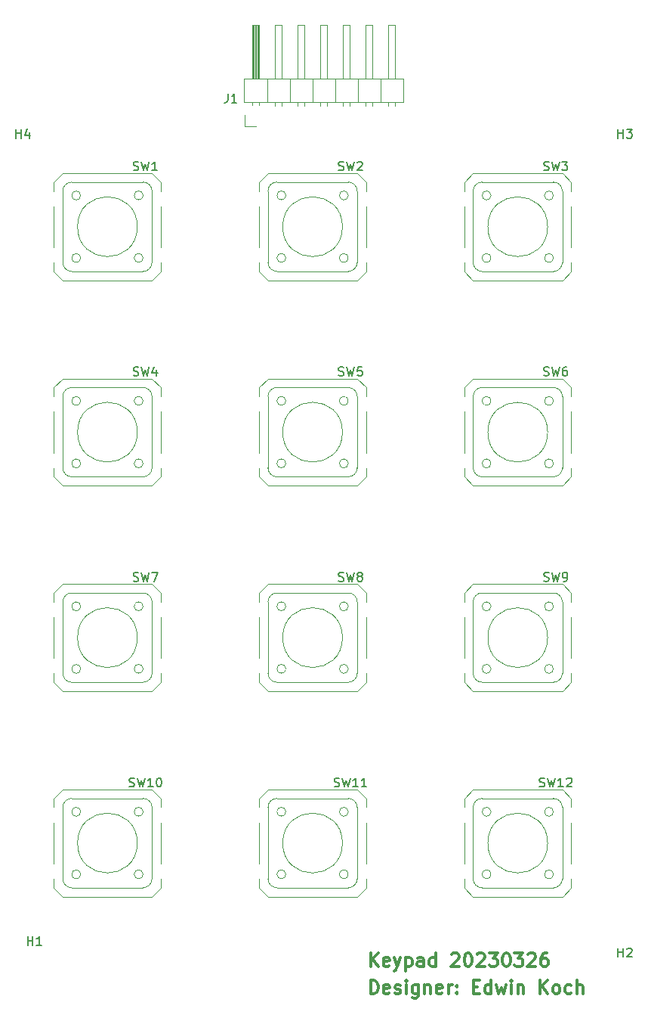
<source format=gbr>
%TF.GenerationSoftware,KiCad,Pcbnew,(6.0.9)*%
%TF.CreationDate,2023-03-26T11:38:19+02:00*%
%TF.ProjectId,SelectaAutomatKeyPad,53656c65-6374-4614-9175-746f6d61744b,20230306*%
%TF.SameCoordinates,PX5f5e100PY8f0d180*%
%TF.FileFunction,Legend,Top*%
%TF.FilePolarity,Positive*%
%FSLAX46Y46*%
G04 Gerber Fmt 4.6, Leading zero omitted, Abs format (unit mm)*
G04 Created by KiCad (PCBNEW (6.0.9)) date 2023-03-26 11:38:19*
%MOMM*%
%LPD*%
G01*
G04 APERTURE LIST*
%ADD10C,0.300000*%
%ADD11C,0.150000*%
%ADD12C,0.100000*%
%ADD13C,0.120000*%
G04 APERTURE END LIST*
D10*
X42007142Y4669429D02*
X42007142Y6169429D01*
X42864285Y4669429D02*
X42221428Y5526572D01*
X42864285Y6169429D02*
X42007142Y5312286D01*
X44078571Y4740858D02*
X43935714Y4669429D01*
X43649999Y4669429D01*
X43507142Y4740858D01*
X43435714Y4883715D01*
X43435714Y5455143D01*
X43507142Y5598000D01*
X43649999Y5669429D01*
X43935714Y5669429D01*
X44078571Y5598000D01*
X44149999Y5455143D01*
X44149999Y5312286D01*
X43435714Y5169429D01*
X44649999Y5669429D02*
X45007142Y4669429D01*
X45364285Y5669429D02*
X45007142Y4669429D01*
X44864285Y4312286D01*
X44792856Y4240858D01*
X44649999Y4169429D01*
X45935714Y5669429D02*
X45935714Y4169429D01*
X45935714Y5598000D02*
X46078571Y5669429D01*
X46364285Y5669429D01*
X46507142Y5598000D01*
X46578571Y5526572D01*
X46649999Y5383715D01*
X46649999Y4955143D01*
X46578571Y4812286D01*
X46507142Y4740858D01*
X46364285Y4669429D01*
X46078571Y4669429D01*
X45935714Y4740858D01*
X47935714Y4669429D02*
X47935714Y5455143D01*
X47864285Y5598000D01*
X47721428Y5669429D01*
X47435714Y5669429D01*
X47292856Y5598000D01*
X47935714Y4740858D02*
X47792856Y4669429D01*
X47435714Y4669429D01*
X47292856Y4740858D01*
X47221428Y4883715D01*
X47221428Y5026572D01*
X47292856Y5169429D01*
X47435714Y5240858D01*
X47792856Y5240858D01*
X47935714Y5312286D01*
X49292856Y4669429D02*
X49292856Y6169429D01*
X49292856Y4740858D02*
X49149999Y4669429D01*
X48864285Y4669429D01*
X48721428Y4740858D01*
X48649999Y4812286D01*
X48578571Y4955143D01*
X48578571Y5383715D01*
X48649999Y5526572D01*
X48721428Y5598000D01*
X48864285Y5669429D01*
X49149999Y5669429D01*
X49292856Y5598000D01*
X51078571Y6026572D02*
X51149999Y6098000D01*
X51292856Y6169429D01*
X51649999Y6169429D01*
X51792856Y6098000D01*
X51864285Y6026572D01*
X51935714Y5883715D01*
X51935714Y5740858D01*
X51864285Y5526572D01*
X51007142Y4669429D01*
X51935714Y4669429D01*
X52864285Y6169429D02*
X53007142Y6169429D01*
X53149999Y6098000D01*
X53221428Y6026572D01*
X53292856Y5883715D01*
X53364285Y5598000D01*
X53364285Y5240858D01*
X53292856Y4955143D01*
X53221428Y4812286D01*
X53149999Y4740858D01*
X53007142Y4669429D01*
X52864285Y4669429D01*
X52721428Y4740858D01*
X52649999Y4812286D01*
X52578571Y4955143D01*
X52507142Y5240858D01*
X52507142Y5598000D01*
X52578571Y5883715D01*
X52649999Y6026572D01*
X52721428Y6098000D01*
X52864285Y6169429D01*
X53935714Y6026572D02*
X54007142Y6098000D01*
X54149999Y6169429D01*
X54507142Y6169429D01*
X54649999Y6098000D01*
X54721428Y6026572D01*
X54792856Y5883715D01*
X54792856Y5740858D01*
X54721428Y5526572D01*
X53864285Y4669429D01*
X54792856Y4669429D01*
X55292856Y6169429D02*
X56221428Y6169429D01*
X55721428Y5598000D01*
X55935714Y5598000D01*
X56078571Y5526572D01*
X56149999Y5455143D01*
X56221428Y5312286D01*
X56221428Y4955143D01*
X56149999Y4812286D01*
X56078571Y4740858D01*
X55935714Y4669429D01*
X55507142Y4669429D01*
X55364285Y4740858D01*
X55292856Y4812286D01*
X57149999Y6169429D02*
X57292856Y6169429D01*
X57435714Y6098000D01*
X57507142Y6026572D01*
X57578571Y5883715D01*
X57649999Y5598000D01*
X57649999Y5240858D01*
X57578571Y4955143D01*
X57507142Y4812286D01*
X57435714Y4740858D01*
X57292856Y4669429D01*
X57149999Y4669429D01*
X57007142Y4740858D01*
X56935714Y4812286D01*
X56864285Y4955143D01*
X56792856Y5240858D01*
X56792856Y5598000D01*
X56864285Y5883715D01*
X56935714Y6026572D01*
X57007142Y6098000D01*
X57149999Y6169429D01*
X58149999Y6169429D02*
X59078571Y6169429D01*
X58578571Y5598000D01*
X58792856Y5598000D01*
X58935714Y5526572D01*
X59007142Y5455143D01*
X59078571Y5312286D01*
X59078571Y4955143D01*
X59007142Y4812286D01*
X58935714Y4740858D01*
X58792856Y4669429D01*
X58364285Y4669429D01*
X58221428Y4740858D01*
X58149999Y4812286D01*
X59649999Y6026572D02*
X59721428Y6098000D01*
X59864285Y6169429D01*
X60221428Y6169429D01*
X60364285Y6098000D01*
X60435714Y6026572D01*
X60507142Y5883715D01*
X60507142Y5740858D01*
X60435714Y5526572D01*
X59578571Y4669429D01*
X60507142Y4669429D01*
X61792856Y6169429D02*
X61507142Y6169429D01*
X61364285Y6098000D01*
X61292856Y6026572D01*
X61149999Y5812286D01*
X61078571Y5526572D01*
X61078571Y4955143D01*
X61149999Y4812286D01*
X61221428Y4740858D01*
X61364285Y4669429D01*
X61649999Y4669429D01*
X61792856Y4740858D01*
X61864285Y4812286D01*
X61935714Y4955143D01*
X61935714Y5312286D01*
X61864285Y5455143D01*
X61792856Y5526572D01*
X61649999Y5598000D01*
X61364285Y5598000D01*
X61221428Y5526572D01*
X61149999Y5455143D01*
X61078571Y5312286D01*
X42007142Y1621429D02*
X42007142Y3121429D01*
X42364285Y3121429D01*
X42578571Y3050000D01*
X42721428Y2907143D01*
X42792857Y2764286D01*
X42864285Y2478572D01*
X42864285Y2264286D01*
X42792857Y1978572D01*
X42721428Y1835715D01*
X42578571Y1692858D01*
X42364285Y1621429D01*
X42007142Y1621429D01*
X44078571Y1692858D02*
X43935714Y1621429D01*
X43650000Y1621429D01*
X43507142Y1692858D01*
X43435714Y1835715D01*
X43435714Y2407143D01*
X43507142Y2550000D01*
X43650000Y2621429D01*
X43935714Y2621429D01*
X44078571Y2550000D01*
X44150000Y2407143D01*
X44150000Y2264286D01*
X43435714Y2121429D01*
X44721428Y1692858D02*
X44864285Y1621429D01*
X45150000Y1621429D01*
X45292857Y1692858D01*
X45364285Y1835715D01*
X45364285Y1907143D01*
X45292857Y2050000D01*
X45150000Y2121429D01*
X44935714Y2121429D01*
X44792857Y2192858D01*
X44721428Y2335715D01*
X44721428Y2407143D01*
X44792857Y2550000D01*
X44935714Y2621429D01*
X45150000Y2621429D01*
X45292857Y2550000D01*
X46007142Y1621429D02*
X46007142Y2621429D01*
X46007142Y3121429D02*
X45935714Y3050000D01*
X46007142Y2978572D01*
X46078571Y3050000D01*
X46007142Y3121429D01*
X46007142Y2978572D01*
X47364285Y2621429D02*
X47364285Y1407143D01*
X47292857Y1264286D01*
X47221428Y1192858D01*
X47078571Y1121429D01*
X46864285Y1121429D01*
X46721428Y1192858D01*
X47364285Y1692858D02*
X47221428Y1621429D01*
X46935714Y1621429D01*
X46792857Y1692858D01*
X46721428Y1764286D01*
X46650000Y1907143D01*
X46650000Y2335715D01*
X46721428Y2478572D01*
X46792857Y2550000D01*
X46935714Y2621429D01*
X47221428Y2621429D01*
X47364285Y2550000D01*
X48078571Y2621429D02*
X48078571Y1621429D01*
X48078571Y2478572D02*
X48150000Y2550000D01*
X48292857Y2621429D01*
X48507142Y2621429D01*
X48650000Y2550000D01*
X48721428Y2407143D01*
X48721428Y1621429D01*
X50007142Y1692858D02*
X49864285Y1621429D01*
X49578571Y1621429D01*
X49435714Y1692858D01*
X49364285Y1835715D01*
X49364285Y2407143D01*
X49435714Y2550000D01*
X49578571Y2621429D01*
X49864285Y2621429D01*
X50007142Y2550000D01*
X50078571Y2407143D01*
X50078571Y2264286D01*
X49364285Y2121429D01*
X50721428Y1621429D02*
X50721428Y2621429D01*
X50721428Y2335715D02*
X50792857Y2478572D01*
X50864285Y2550000D01*
X51007142Y2621429D01*
X51150000Y2621429D01*
X51650000Y1764286D02*
X51721428Y1692858D01*
X51650000Y1621429D01*
X51578571Y1692858D01*
X51650000Y1764286D01*
X51650000Y1621429D01*
X51650000Y2550000D02*
X51721428Y2478572D01*
X51650000Y2407143D01*
X51578571Y2478572D01*
X51650000Y2550000D01*
X51650000Y2407143D01*
X53507142Y2407143D02*
X54007142Y2407143D01*
X54221428Y1621429D02*
X53507142Y1621429D01*
X53507142Y3121429D01*
X54221428Y3121429D01*
X55507142Y1621429D02*
X55507142Y3121429D01*
X55507142Y1692858D02*
X55364285Y1621429D01*
X55078571Y1621429D01*
X54935714Y1692858D01*
X54864285Y1764286D01*
X54792857Y1907143D01*
X54792857Y2335715D01*
X54864285Y2478572D01*
X54935714Y2550000D01*
X55078571Y2621429D01*
X55364285Y2621429D01*
X55507142Y2550000D01*
X56078571Y2621429D02*
X56364285Y1621429D01*
X56650000Y2335715D01*
X56935714Y1621429D01*
X57221428Y2621429D01*
X57792857Y1621429D02*
X57792857Y2621429D01*
X57792857Y3121429D02*
X57721428Y3050000D01*
X57792857Y2978572D01*
X57864285Y3050000D01*
X57792857Y3121429D01*
X57792857Y2978572D01*
X58507142Y2621429D02*
X58507142Y1621429D01*
X58507142Y2478572D02*
X58578571Y2550000D01*
X58721428Y2621429D01*
X58935714Y2621429D01*
X59078571Y2550000D01*
X59150000Y2407143D01*
X59150000Y1621429D01*
X61007142Y1621429D02*
X61007142Y3121429D01*
X61864285Y1621429D02*
X61221428Y2478572D01*
X61864285Y3121429D02*
X61007142Y2264286D01*
X62721428Y1621429D02*
X62578571Y1692858D01*
X62507142Y1764286D01*
X62435714Y1907143D01*
X62435714Y2335715D01*
X62507142Y2478572D01*
X62578571Y2550000D01*
X62721428Y2621429D01*
X62935714Y2621429D01*
X63078571Y2550000D01*
X63150000Y2478572D01*
X63221428Y2335715D01*
X63221428Y1907143D01*
X63150000Y1764286D01*
X63078571Y1692858D01*
X62935714Y1621429D01*
X62721428Y1621429D01*
X64507142Y1692858D02*
X64364285Y1621429D01*
X64078571Y1621429D01*
X63935714Y1692858D01*
X63864285Y1764286D01*
X63792857Y1907143D01*
X63792857Y2335715D01*
X63864285Y2478572D01*
X63935714Y2550000D01*
X64078571Y2621429D01*
X64364285Y2621429D01*
X64507142Y2550000D01*
X65150000Y1621429D02*
X65150000Y3121429D01*
X65792857Y1621429D02*
X65792857Y2407143D01*
X65721428Y2550000D01*
X65578571Y2621429D01*
X65364285Y2621429D01*
X65221428Y2550000D01*
X65150000Y2478572D01*
D11*
%TO.C,SW5*%
X38416666Y70845239D02*
X38559523Y70797620D01*
X38797619Y70797620D01*
X38892857Y70845239D01*
X38940476Y70892858D01*
X38988095Y70988096D01*
X38988095Y71083334D01*
X38940476Y71178572D01*
X38892857Y71226191D01*
X38797619Y71273810D01*
X38607142Y71321429D01*
X38511904Y71369048D01*
X38464285Y71416667D01*
X38416666Y71511905D01*
X38416666Y71607143D01*
X38464285Y71702381D01*
X38511904Y71750000D01*
X38607142Y71797620D01*
X38845238Y71797620D01*
X38988095Y71750000D01*
X39321428Y71797620D02*
X39559523Y70797620D01*
X39750000Y71511905D01*
X39940476Y70797620D01*
X40178571Y71797620D01*
X41035714Y71797620D02*
X40559523Y71797620D01*
X40511904Y71321429D01*
X40559523Y71369048D01*
X40654761Y71416667D01*
X40892857Y71416667D01*
X40988095Y71369048D01*
X41035714Y71321429D01*
X41083333Y71226191D01*
X41083333Y70988096D01*
X41035714Y70892858D01*
X40988095Y70845239D01*
X40892857Y70797620D01*
X40654761Y70797620D01*
X40559523Y70845239D01*
X40511904Y70892858D01*
%TO.C,SW7*%
X15416666Y47845239D02*
X15559523Y47797620D01*
X15797619Y47797620D01*
X15892857Y47845239D01*
X15940476Y47892858D01*
X15988095Y47988096D01*
X15988095Y48083334D01*
X15940476Y48178572D01*
X15892857Y48226191D01*
X15797619Y48273810D01*
X15607142Y48321429D01*
X15511904Y48369048D01*
X15464285Y48416667D01*
X15416666Y48511905D01*
X15416666Y48607143D01*
X15464285Y48702381D01*
X15511904Y48750000D01*
X15607142Y48797620D01*
X15845238Y48797620D01*
X15988095Y48750000D01*
X16321428Y48797620D02*
X16559523Y47797620D01*
X16750000Y48511905D01*
X16940476Y47797620D01*
X17178571Y48797620D01*
X17464285Y48797620D02*
X18130952Y48797620D01*
X17702380Y47797620D01*
%TO.C,SW9*%
X61416666Y47845239D02*
X61559523Y47797620D01*
X61797619Y47797620D01*
X61892857Y47845239D01*
X61940476Y47892858D01*
X61988095Y47988096D01*
X61988095Y48083334D01*
X61940476Y48178572D01*
X61892857Y48226191D01*
X61797619Y48273810D01*
X61607142Y48321429D01*
X61511904Y48369048D01*
X61464285Y48416667D01*
X61416666Y48511905D01*
X61416666Y48607143D01*
X61464285Y48702381D01*
X61511904Y48750000D01*
X61607142Y48797620D01*
X61845238Y48797620D01*
X61988095Y48750000D01*
X62321428Y48797620D02*
X62559523Y47797620D01*
X62750000Y48511905D01*
X62940476Y47797620D01*
X63178571Y48797620D01*
X63607142Y47797620D02*
X63797619Y47797620D01*
X63892857Y47845239D01*
X63940476Y47892858D01*
X64035714Y48035715D01*
X64083333Y48226191D01*
X64083333Y48607143D01*
X64035714Y48702381D01*
X63988095Y48750000D01*
X63892857Y48797620D01*
X63702380Y48797620D01*
X63607142Y48750000D01*
X63559523Y48702381D01*
X63511904Y48607143D01*
X63511904Y48369048D01*
X63559523Y48273810D01*
X63607142Y48226191D01*
X63702380Y48178572D01*
X63892857Y48178572D01*
X63988095Y48226191D01*
X64035714Y48273810D01*
X64083333Y48369048D01*
%TO.C,H1*%
X3563095Y7072620D02*
X3563095Y8072620D01*
X3563095Y7596429D02*
X4134523Y7596429D01*
X4134523Y7072620D02*
X4134523Y8072620D01*
X5134523Y7072620D02*
X4563095Y7072620D01*
X4848809Y7072620D02*
X4848809Y8072620D01*
X4753571Y7929762D01*
X4658333Y7834524D01*
X4563095Y7786905D01*
%TO.C,H2*%
X69738095Y5747620D02*
X69738095Y6747620D01*
X69738095Y6271429D02*
X70309523Y6271429D01*
X70309523Y5747620D02*
X70309523Y6747620D01*
X70738095Y6652381D02*
X70785714Y6700000D01*
X70880952Y6747620D01*
X71119047Y6747620D01*
X71214285Y6700000D01*
X71261904Y6652381D01*
X71309523Y6557143D01*
X71309523Y6461905D01*
X71261904Y6319048D01*
X70690476Y5747620D01*
X71309523Y5747620D01*
%TO.C,SW10*%
X14940476Y24845239D02*
X15083333Y24797620D01*
X15321428Y24797620D01*
X15416666Y24845239D01*
X15464285Y24892858D01*
X15511904Y24988096D01*
X15511904Y25083334D01*
X15464285Y25178572D01*
X15416666Y25226191D01*
X15321428Y25273810D01*
X15130952Y25321429D01*
X15035714Y25369048D01*
X14988095Y25416667D01*
X14940476Y25511905D01*
X14940476Y25607143D01*
X14988095Y25702381D01*
X15035714Y25750000D01*
X15130952Y25797620D01*
X15369047Y25797620D01*
X15511904Y25750000D01*
X15845238Y25797620D02*
X16083333Y24797620D01*
X16273809Y25511905D01*
X16464285Y24797620D01*
X16702380Y25797620D01*
X17607142Y24797620D02*
X17035714Y24797620D01*
X17321428Y24797620D02*
X17321428Y25797620D01*
X17226190Y25654762D01*
X17130952Y25559524D01*
X17035714Y25511905D01*
X18226190Y25797620D02*
X18321428Y25797620D01*
X18416666Y25750000D01*
X18464285Y25702381D01*
X18511904Y25607143D01*
X18559523Y25416667D01*
X18559523Y25178572D01*
X18511904Y24988096D01*
X18464285Y24892858D01*
X18416666Y24845239D01*
X18321428Y24797620D01*
X18226190Y24797620D01*
X18130952Y24845239D01*
X18083333Y24892858D01*
X18035714Y24988096D01*
X17988095Y25178572D01*
X17988095Y25416667D01*
X18035714Y25607143D01*
X18083333Y25702381D01*
X18130952Y25750000D01*
X18226190Y25797620D01*
%TO.C,SW3*%
X61416666Y93845239D02*
X61559523Y93797620D01*
X61797619Y93797620D01*
X61892857Y93845239D01*
X61940476Y93892858D01*
X61988095Y93988096D01*
X61988095Y94083334D01*
X61940476Y94178572D01*
X61892857Y94226191D01*
X61797619Y94273810D01*
X61607142Y94321429D01*
X61511904Y94369048D01*
X61464285Y94416667D01*
X61416666Y94511905D01*
X61416666Y94607143D01*
X61464285Y94702381D01*
X61511904Y94750000D01*
X61607142Y94797620D01*
X61845238Y94797620D01*
X61988095Y94750000D01*
X62321428Y94797620D02*
X62559523Y93797620D01*
X62750000Y94511905D01*
X62940476Y93797620D01*
X63178571Y94797620D01*
X63464285Y94797620D02*
X64083333Y94797620D01*
X63750000Y94416667D01*
X63892857Y94416667D01*
X63988095Y94369048D01*
X64035714Y94321429D01*
X64083333Y94226191D01*
X64083333Y93988096D01*
X64035714Y93892858D01*
X63988095Y93845239D01*
X63892857Y93797620D01*
X63607142Y93797620D01*
X63511904Y93845239D01*
X63464285Y93892858D01*
%TO.C,SW1*%
X15416666Y93845239D02*
X15559523Y93797620D01*
X15797619Y93797620D01*
X15892857Y93845239D01*
X15940476Y93892858D01*
X15988095Y93988096D01*
X15988095Y94083334D01*
X15940476Y94178572D01*
X15892857Y94226191D01*
X15797619Y94273810D01*
X15607142Y94321429D01*
X15511904Y94369048D01*
X15464285Y94416667D01*
X15416666Y94511905D01*
X15416666Y94607143D01*
X15464285Y94702381D01*
X15511904Y94750000D01*
X15607142Y94797620D01*
X15845238Y94797620D01*
X15988095Y94750000D01*
X16321428Y94797620D02*
X16559523Y93797620D01*
X16750000Y94511905D01*
X16940476Y93797620D01*
X17178571Y94797620D01*
X18083333Y93797620D02*
X17511904Y93797620D01*
X17797619Y93797620D02*
X17797619Y94797620D01*
X17702380Y94654762D01*
X17607142Y94559524D01*
X17511904Y94511905D01*
%TO.C,H4*%
X2263095Y97422620D02*
X2263095Y98422620D01*
X2263095Y97946429D02*
X2834523Y97946429D01*
X2834523Y97422620D02*
X2834523Y98422620D01*
X3739285Y98089286D02*
X3739285Y97422620D01*
X3501190Y98470239D02*
X3263095Y97755953D01*
X3882142Y97755953D01*
%TO.C,SW2*%
X38416666Y93845239D02*
X38559523Y93797620D01*
X38797619Y93797620D01*
X38892857Y93845239D01*
X38940476Y93892858D01*
X38988095Y93988096D01*
X38988095Y94083334D01*
X38940476Y94178572D01*
X38892857Y94226191D01*
X38797619Y94273810D01*
X38607142Y94321429D01*
X38511904Y94369048D01*
X38464285Y94416667D01*
X38416666Y94511905D01*
X38416666Y94607143D01*
X38464285Y94702381D01*
X38511904Y94750000D01*
X38607142Y94797620D01*
X38845238Y94797620D01*
X38988095Y94750000D01*
X39321428Y94797620D02*
X39559523Y93797620D01*
X39750000Y94511905D01*
X39940476Y93797620D01*
X40178571Y94797620D01*
X40511904Y94702381D02*
X40559523Y94750000D01*
X40654761Y94797620D01*
X40892857Y94797620D01*
X40988095Y94750000D01*
X41035714Y94702381D01*
X41083333Y94607143D01*
X41083333Y94511905D01*
X41035714Y94369048D01*
X40464285Y93797620D01*
X41083333Y93797620D01*
%TO.C,SW6*%
X61416666Y70845239D02*
X61559523Y70797620D01*
X61797619Y70797620D01*
X61892857Y70845239D01*
X61940476Y70892858D01*
X61988095Y70988096D01*
X61988095Y71083334D01*
X61940476Y71178572D01*
X61892857Y71226191D01*
X61797619Y71273810D01*
X61607142Y71321429D01*
X61511904Y71369048D01*
X61464285Y71416667D01*
X61416666Y71511905D01*
X61416666Y71607143D01*
X61464285Y71702381D01*
X61511904Y71750000D01*
X61607142Y71797620D01*
X61845238Y71797620D01*
X61988095Y71750000D01*
X62321428Y71797620D02*
X62559523Y70797620D01*
X62750000Y71511905D01*
X62940476Y70797620D01*
X63178571Y71797620D01*
X63988095Y71797620D02*
X63797619Y71797620D01*
X63702380Y71750000D01*
X63654761Y71702381D01*
X63559523Y71559524D01*
X63511904Y71369048D01*
X63511904Y70988096D01*
X63559523Y70892858D01*
X63607142Y70845239D01*
X63702380Y70797620D01*
X63892857Y70797620D01*
X63988095Y70845239D01*
X64035714Y70892858D01*
X64083333Y70988096D01*
X64083333Y71226191D01*
X64035714Y71321429D01*
X63988095Y71369048D01*
X63892857Y71416667D01*
X63702380Y71416667D01*
X63607142Y71369048D01*
X63559523Y71321429D01*
X63511904Y71226191D01*
%TO.C,SW11*%
X37940476Y24845239D02*
X38083333Y24797620D01*
X38321428Y24797620D01*
X38416666Y24845239D01*
X38464285Y24892858D01*
X38511904Y24988096D01*
X38511904Y25083334D01*
X38464285Y25178572D01*
X38416666Y25226191D01*
X38321428Y25273810D01*
X38130952Y25321429D01*
X38035714Y25369048D01*
X37988095Y25416667D01*
X37940476Y25511905D01*
X37940476Y25607143D01*
X37988095Y25702381D01*
X38035714Y25750000D01*
X38130952Y25797620D01*
X38369047Y25797620D01*
X38511904Y25750000D01*
X38845238Y25797620D02*
X39083333Y24797620D01*
X39273809Y25511905D01*
X39464285Y24797620D01*
X39702380Y25797620D01*
X40607142Y24797620D02*
X40035714Y24797620D01*
X40321428Y24797620D02*
X40321428Y25797620D01*
X40226190Y25654762D01*
X40130952Y25559524D01*
X40035714Y25511905D01*
X41559523Y24797620D02*
X40988095Y24797620D01*
X41273809Y24797620D02*
X41273809Y25797620D01*
X41178571Y25654762D01*
X41083333Y25559524D01*
X40988095Y25511905D01*
%TO.C,SW12*%
X60940476Y24845239D02*
X61083333Y24797620D01*
X61321428Y24797620D01*
X61416666Y24845239D01*
X61464285Y24892858D01*
X61511904Y24988096D01*
X61511904Y25083334D01*
X61464285Y25178572D01*
X61416666Y25226191D01*
X61321428Y25273810D01*
X61130952Y25321429D01*
X61035714Y25369048D01*
X60988095Y25416667D01*
X60940476Y25511905D01*
X60940476Y25607143D01*
X60988095Y25702381D01*
X61035714Y25750000D01*
X61130952Y25797620D01*
X61369047Y25797620D01*
X61511904Y25750000D01*
X61845238Y25797620D02*
X62083333Y24797620D01*
X62273809Y25511905D01*
X62464285Y24797620D01*
X62702380Y25797620D01*
X63607142Y24797620D02*
X63035714Y24797620D01*
X63321428Y24797620D02*
X63321428Y25797620D01*
X63226190Y25654762D01*
X63130952Y25559524D01*
X63035714Y25511905D01*
X63988095Y25702381D02*
X64035714Y25750000D01*
X64130952Y25797620D01*
X64369047Y25797620D01*
X64464285Y25750000D01*
X64511904Y25702381D01*
X64559523Y25607143D01*
X64559523Y25511905D01*
X64511904Y25369048D01*
X63940476Y24797620D01*
X64559523Y24797620D01*
%TO.C,J1*%
X25991666Y102397620D02*
X25991666Y101683334D01*
X25944047Y101540477D01*
X25848809Y101445239D01*
X25705952Y101397620D01*
X25610714Y101397620D01*
X26991666Y101397620D02*
X26420238Y101397620D01*
X26705952Y101397620D02*
X26705952Y102397620D01*
X26610714Y102254762D01*
X26515476Y102159524D01*
X26420238Y102111905D01*
%TO.C,SW8*%
X38416666Y47845239D02*
X38559523Y47797620D01*
X38797619Y47797620D01*
X38892857Y47845239D01*
X38940476Y47892858D01*
X38988095Y47988096D01*
X38988095Y48083334D01*
X38940476Y48178572D01*
X38892857Y48226191D01*
X38797619Y48273810D01*
X38607142Y48321429D01*
X38511904Y48369048D01*
X38464285Y48416667D01*
X38416666Y48511905D01*
X38416666Y48607143D01*
X38464285Y48702381D01*
X38511904Y48750000D01*
X38607142Y48797620D01*
X38845238Y48797620D01*
X38988095Y48750000D01*
X39321428Y48797620D02*
X39559523Y47797620D01*
X39750000Y48511905D01*
X39940476Y47797620D01*
X40178571Y48797620D01*
X40702380Y48369048D02*
X40607142Y48416667D01*
X40559523Y48464286D01*
X40511904Y48559524D01*
X40511904Y48607143D01*
X40559523Y48702381D01*
X40607142Y48750000D01*
X40702380Y48797620D01*
X40892857Y48797620D01*
X40988095Y48750000D01*
X41035714Y48702381D01*
X41083333Y48607143D01*
X41083333Y48559524D01*
X41035714Y48464286D01*
X40988095Y48416667D01*
X40892857Y48369048D01*
X40702380Y48369048D01*
X40607142Y48321429D01*
X40559523Y48273810D01*
X40511904Y48178572D01*
X40511904Y47988096D01*
X40559523Y47892858D01*
X40607142Y47845239D01*
X40702380Y47797620D01*
X40892857Y47797620D01*
X40988095Y47845239D01*
X41035714Y47892858D01*
X41083333Y47988096D01*
X41083333Y48178572D01*
X41035714Y48273810D01*
X40988095Y48321429D01*
X40892857Y48369048D01*
%TO.C,SW4*%
X15416666Y70845239D02*
X15559523Y70797620D01*
X15797619Y70797620D01*
X15892857Y70845239D01*
X15940476Y70892858D01*
X15988095Y70988096D01*
X15988095Y71083334D01*
X15940476Y71178572D01*
X15892857Y71226191D01*
X15797619Y71273810D01*
X15607142Y71321429D01*
X15511904Y71369048D01*
X15464285Y71416667D01*
X15416666Y71511905D01*
X15416666Y71607143D01*
X15464285Y71702381D01*
X15511904Y71750000D01*
X15607142Y71797620D01*
X15845238Y71797620D01*
X15988095Y71750000D01*
X16321428Y71797620D02*
X16559523Y70797620D01*
X16750000Y71511905D01*
X16940476Y70797620D01*
X17178571Y71797620D01*
X17988095Y71464286D02*
X17988095Y70797620D01*
X17750000Y71845239D02*
X17511904Y71130953D01*
X18130952Y71130953D01*
%TO.C,H3*%
X69738095Y97422620D02*
X69738095Y98422620D01*
X69738095Y97946429D02*
X70309523Y97946429D01*
X70309523Y97422620D02*
X70309523Y98422620D01*
X70690476Y98422620D02*
X71309523Y98422620D01*
X70976190Y98041667D01*
X71119047Y98041667D01*
X71214285Y97994048D01*
X71261904Y97946429D01*
X71309523Y97851191D01*
X71309523Y97613096D01*
X71261904Y97517858D01*
X71214285Y97470239D01*
X71119047Y97422620D01*
X70833333Y97422620D01*
X70738095Y97470239D01*
X70690476Y97517858D01*
D12*
%TO.C,SW5*%
X39500000Y69500000D02*
X31500000Y69500000D01*
D13*
X41500000Y66800000D02*
X41500000Y62200000D01*
X29500000Y69500000D02*
X30500000Y70500000D01*
D12*
X40500000Y60500000D02*
X40500000Y68500000D01*
X30500000Y68500000D02*
X30500000Y60500000D01*
D13*
X41500000Y60500000D02*
X41500000Y59500000D01*
D12*
X31500000Y59500000D02*
X39500000Y59500000D01*
D13*
X40500000Y58500000D02*
X30500000Y58500000D01*
X41500000Y59500000D02*
X40500000Y58500000D01*
X30500000Y70500000D02*
X40500000Y70500000D01*
X29500000Y66800000D02*
X29500000Y62200000D01*
X29500000Y68500000D02*
X29500000Y69500000D01*
X29500000Y59500000D02*
X29500000Y60500000D01*
X40500000Y70500000D02*
X41500000Y69500000D01*
X30500000Y58500000D02*
X29500000Y59500000D01*
X41500000Y69500000D02*
X41500000Y68500000D01*
D12*
X39500000Y59500000D02*
G75*
G03*
X40500000Y60500000I0J1000000D01*
G01*
X31500000Y69500000D02*
G75*
G03*
X30500000Y68500000I-1J-999999D01*
G01*
X30500000Y60500000D02*
G75*
G03*
X31500000Y59500000I999999J-1D01*
G01*
X40500000Y68500000D02*
G75*
G03*
X39500000Y69500000I-1000000J0D01*
G01*
X39500000Y61000000D02*
G75*
G03*
X39500000Y61000000I-500000J0D01*
G01*
X39500000Y68000000D02*
G75*
G03*
X39500000Y68000000I-500000J0D01*
G01*
D13*
X38850000Y64500000D02*
G75*
G03*
X38850000Y64500000I-3350000J0D01*
G01*
D12*
X32500000Y61000000D02*
G75*
G03*
X32500000Y61000000I-500000J0D01*
G01*
X32500000Y68000000D02*
G75*
G03*
X32500000Y68000000I-500000J0D01*
G01*
D13*
%TO.C,SW7*%
X17500000Y47500000D02*
X18500000Y46500000D01*
X6500000Y36500000D02*
X6500000Y37500000D01*
D12*
X16500000Y46500000D02*
X8500000Y46500000D01*
D13*
X18500000Y37500000D02*
X18500000Y36500000D01*
D12*
X17500000Y37500000D02*
X17500000Y45500000D01*
D13*
X6500000Y45500000D02*
X6500000Y46500000D01*
X6500000Y46500000D02*
X7500000Y47500000D01*
X18500000Y43800000D02*
X18500000Y39200000D01*
D12*
X8500000Y36500000D02*
X16500000Y36500000D01*
D13*
X6500000Y43800000D02*
X6500000Y39200000D01*
X7500000Y47500000D02*
X17500000Y47500000D01*
D12*
X7500000Y45500000D02*
X7500000Y37500000D01*
D13*
X18500000Y36500000D02*
X17500000Y35500000D01*
X17500000Y35500000D02*
X7500000Y35500000D01*
X7500000Y35500000D02*
X6500000Y36500000D01*
X18500000Y46500000D02*
X18500000Y45500000D01*
D12*
X17500000Y45500000D02*
G75*
G03*
X16500000Y46500000I-1000000J0D01*
G01*
X8500000Y46500000D02*
G75*
G03*
X7500000Y45500000I-1J-999999D01*
G01*
X16500000Y36500000D02*
G75*
G03*
X17500000Y37500000I0J1000000D01*
G01*
X7500000Y37500000D02*
G75*
G03*
X8500000Y36500000I999999J-1D01*
G01*
X16500000Y38000000D02*
G75*
G03*
X16500000Y38000000I-500000J0D01*
G01*
X9500000Y45000000D02*
G75*
G03*
X9500000Y45000000I-500000J0D01*
G01*
X9500000Y38000000D02*
G75*
G03*
X9500000Y38000000I-500000J0D01*
G01*
D13*
X15850000Y41500000D02*
G75*
G03*
X15850000Y41500000I-3350000J0D01*
G01*
D12*
X16500000Y45000000D02*
G75*
G03*
X16500000Y45000000I-500000J0D01*
G01*
%TO.C,SW9*%
X54500000Y36500000D02*
X62500000Y36500000D01*
D13*
X64500000Y36500000D02*
X63500000Y35500000D01*
X53500000Y47500000D02*
X63500000Y47500000D01*
X52500000Y36500000D02*
X52500000Y37500000D01*
X52500000Y46500000D02*
X53500000Y47500000D01*
X52500000Y43800000D02*
X52500000Y39200000D01*
X64500000Y37500000D02*
X64500000Y36500000D01*
X64500000Y43800000D02*
X64500000Y39200000D01*
D12*
X63500000Y37500000D02*
X63500000Y45500000D01*
D13*
X53500000Y35500000D02*
X52500000Y36500000D01*
X64500000Y46500000D02*
X64500000Y45500000D01*
D12*
X53500000Y45500000D02*
X53500000Y37500000D01*
D13*
X63500000Y47500000D02*
X64500000Y46500000D01*
X63500000Y35500000D02*
X53500000Y35500000D01*
X52500000Y45500000D02*
X52500000Y46500000D01*
D12*
X62500000Y46500000D02*
X54500000Y46500000D01*
X54500000Y46500000D02*
G75*
G03*
X53500000Y45500000I-1J-999999D01*
G01*
X53500000Y37500000D02*
G75*
G03*
X54500000Y36500000I999999J-1D01*
G01*
X62500000Y36500000D02*
G75*
G03*
X63500000Y37500000I0J1000000D01*
G01*
X63500000Y45500000D02*
G75*
G03*
X62500000Y46500000I-1000000J0D01*
G01*
X62500000Y38000000D02*
G75*
G03*
X62500000Y38000000I-500000J0D01*
G01*
X55500000Y45000000D02*
G75*
G03*
X55500000Y45000000I-500000J0D01*
G01*
X62500000Y45000000D02*
G75*
G03*
X62500000Y45000000I-500000J0D01*
G01*
X55500000Y38000000D02*
G75*
G03*
X55500000Y38000000I-500000J0D01*
G01*
D13*
X61850000Y41500000D02*
G75*
G03*
X61850000Y41500000I-3350000J0D01*
G01*
%TO.C,SW10*%
X18500000Y23500000D02*
X18500000Y22500000D01*
D12*
X7500000Y22500000D02*
X7500000Y14500000D01*
D13*
X18500000Y20800000D02*
X18500000Y16200000D01*
X7500000Y24500000D02*
X17500000Y24500000D01*
D12*
X8500000Y13500000D02*
X16500000Y13500000D01*
D13*
X7500000Y12500000D02*
X6500000Y13500000D01*
X17500000Y12500000D02*
X7500000Y12500000D01*
X6500000Y20800000D02*
X6500000Y16200000D01*
X6500000Y13500000D02*
X6500000Y14500000D01*
D12*
X16500000Y23500000D02*
X8500000Y23500000D01*
X17500000Y14500000D02*
X17500000Y22500000D01*
D13*
X18500000Y13500000D02*
X17500000Y12500000D01*
X6500000Y22500000D02*
X6500000Y23500000D01*
X6500000Y23500000D02*
X7500000Y24500000D01*
X17500000Y24500000D02*
X18500000Y23500000D01*
X18500000Y14500000D02*
X18500000Y13500000D01*
D12*
X16500000Y13500000D02*
G75*
G03*
X17500000Y14500000I0J1000000D01*
G01*
X8500000Y23500000D02*
G75*
G03*
X7500000Y22500000I-1J-999999D01*
G01*
X17500000Y22500000D02*
G75*
G03*
X16500000Y23500000I-1000000J0D01*
G01*
X7500000Y14500000D02*
G75*
G03*
X8500000Y13500000I999999J-1D01*
G01*
X9500000Y15000000D02*
G75*
G03*
X9500000Y15000000I-500000J0D01*
G01*
D13*
X15850000Y18500000D02*
G75*
G03*
X15850000Y18500000I-3350000J0D01*
G01*
D12*
X9500000Y22000000D02*
G75*
G03*
X9500000Y22000000I-500000J0D01*
G01*
X16500000Y22000000D02*
G75*
G03*
X16500000Y22000000I-500000J0D01*
G01*
X16500000Y15000000D02*
G75*
G03*
X16500000Y15000000I-500000J0D01*
G01*
D13*
%TO.C,SW3*%
X52500000Y82500000D02*
X52500000Y83500000D01*
X64500000Y92500000D02*
X64500000Y91500000D01*
X64500000Y82500000D02*
X63500000Y81500000D01*
X63500000Y81500000D02*
X53500000Y81500000D01*
X52500000Y91500000D02*
X52500000Y92500000D01*
X53500000Y93500000D02*
X63500000Y93500000D01*
X64500000Y83500000D02*
X64500000Y82500000D01*
X53500000Y81500000D02*
X52500000Y82500000D01*
D12*
X53500000Y91500000D02*
X53500000Y83500000D01*
D13*
X52500000Y92500000D02*
X53500000Y93500000D01*
D12*
X63500000Y83500000D02*
X63500000Y91500000D01*
D13*
X64500000Y89800000D02*
X64500000Y85200000D01*
D12*
X54500000Y82500000D02*
X62500000Y82500000D01*
D13*
X52500000Y89800000D02*
X52500000Y85200000D01*
D12*
X62500000Y92500000D02*
X54500000Y92500000D01*
D13*
X63500000Y93500000D02*
X64500000Y92500000D01*
D12*
X62500000Y82500000D02*
G75*
G03*
X63500000Y83500000I0J1000000D01*
G01*
X54500000Y92500000D02*
G75*
G03*
X53500000Y91500000I-1J-999999D01*
G01*
X63500000Y91500000D02*
G75*
G03*
X62500000Y92500000I-1000000J0D01*
G01*
X53500000Y83500000D02*
G75*
G03*
X54500000Y82500000I999999J-1D01*
G01*
D13*
X61850000Y87500000D02*
G75*
G03*
X61850000Y87500000I-3350000J0D01*
G01*
D12*
X62500000Y84000000D02*
G75*
G03*
X62500000Y84000000I-500000J0D01*
G01*
X62500000Y91000000D02*
G75*
G03*
X62500000Y91000000I-500000J0D01*
G01*
X55500000Y91000000D02*
G75*
G03*
X55500000Y91000000I-500000J0D01*
G01*
X55500000Y84000000D02*
G75*
G03*
X55500000Y84000000I-500000J0D01*
G01*
D13*
%TO.C,SW1*%
X18500000Y82500000D02*
X17500000Y81500000D01*
X18500000Y92500000D02*
X18500000Y91500000D01*
X17500000Y93500000D02*
X18500000Y92500000D01*
X6500000Y92500000D02*
X7500000Y93500000D01*
D12*
X7500000Y91500000D02*
X7500000Y83500000D01*
D13*
X7500000Y81500000D02*
X6500000Y82500000D01*
X6500000Y82500000D02*
X6500000Y83500000D01*
X18500000Y83500000D02*
X18500000Y82500000D01*
D12*
X8500000Y82500000D02*
X16500000Y82500000D01*
D13*
X17500000Y81500000D02*
X7500000Y81500000D01*
X6500000Y89800000D02*
X6500000Y85200000D01*
D12*
X17500000Y83500000D02*
X17500000Y91500000D01*
D13*
X6500000Y91500000D02*
X6500000Y92500000D01*
X18500000Y89800000D02*
X18500000Y85200000D01*
D12*
X16500000Y92500000D02*
X8500000Y92500000D01*
D13*
X7500000Y93500000D02*
X17500000Y93500000D01*
D12*
X16500000Y82500000D02*
G75*
G03*
X17500000Y83500000I0J1000000D01*
G01*
X8500000Y92500000D02*
G75*
G03*
X7500000Y91500000I-1J-999999D01*
G01*
X7500000Y83500000D02*
G75*
G03*
X8500000Y82500000I999999J-1D01*
G01*
X17500000Y91500000D02*
G75*
G03*
X16500000Y92500000I-1000000J0D01*
G01*
D13*
X15850000Y87500000D02*
G75*
G03*
X15850000Y87500000I-3350000J0D01*
G01*
D12*
X9500000Y91000000D02*
G75*
G03*
X9500000Y91000000I-500000J0D01*
G01*
X9500000Y84000000D02*
G75*
G03*
X9500000Y84000000I-500000J0D01*
G01*
X16500000Y91000000D02*
G75*
G03*
X16500000Y91000000I-500000J0D01*
G01*
X16500000Y84000000D02*
G75*
G03*
X16500000Y84000000I-500000J0D01*
G01*
D13*
%TO.C,SW2*%
X30500000Y93500000D02*
X40500000Y93500000D01*
X29500000Y91500000D02*
X29500000Y92500000D01*
X30500000Y81500000D02*
X29500000Y82500000D01*
X29500000Y89800000D02*
X29500000Y85200000D01*
X41500000Y89800000D02*
X41500000Y85200000D01*
X41500000Y83500000D02*
X41500000Y82500000D01*
X41500000Y92500000D02*
X41500000Y91500000D01*
X40500000Y93500000D02*
X41500000Y92500000D01*
D12*
X30500000Y91500000D02*
X30500000Y83500000D01*
X39500000Y92500000D02*
X31500000Y92500000D01*
D13*
X29500000Y92500000D02*
X30500000Y93500000D01*
X40500000Y81500000D02*
X30500000Y81500000D01*
D12*
X31500000Y82500000D02*
X39500000Y82500000D01*
X40500000Y83500000D02*
X40500000Y91500000D01*
D13*
X41500000Y82500000D02*
X40500000Y81500000D01*
X29500000Y82500000D02*
X29500000Y83500000D01*
D12*
X39500000Y82500000D02*
G75*
G03*
X40500000Y83500000I0J1000000D01*
G01*
X30500000Y83500000D02*
G75*
G03*
X31500000Y82500000I999999J-1D01*
G01*
X40500000Y91500000D02*
G75*
G03*
X39500000Y92500000I-1000000J0D01*
G01*
X31500000Y92500000D02*
G75*
G03*
X30500000Y91500000I-1J-999999D01*
G01*
D13*
X38850000Y87500000D02*
G75*
G03*
X38850000Y87500000I-3350000J0D01*
G01*
D12*
X32500000Y84000000D02*
G75*
G03*
X32500000Y84000000I-500000J0D01*
G01*
X32500000Y91000000D02*
G75*
G03*
X32500000Y91000000I-500000J0D01*
G01*
X39500000Y84000000D02*
G75*
G03*
X39500000Y84000000I-500000J0D01*
G01*
X39500000Y91000000D02*
G75*
G03*
X39500000Y91000000I-500000J0D01*
G01*
D13*
%TO.C,SW6*%
X53500000Y70500000D02*
X63500000Y70500000D01*
D12*
X54500000Y59500000D02*
X62500000Y59500000D01*
D13*
X64500000Y59500000D02*
X63500000Y58500000D01*
D12*
X63500000Y60500000D02*
X63500000Y68500000D01*
D13*
X64500000Y60500000D02*
X64500000Y59500000D01*
X52500000Y59500000D02*
X52500000Y60500000D01*
X63500000Y70500000D02*
X64500000Y69500000D01*
X52500000Y69500000D02*
X53500000Y70500000D01*
X52500000Y68500000D02*
X52500000Y69500000D01*
X63500000Y58500000D02*
X53500000Y58500000D01*
X52500000Y66800000D02*
X52500000Y62200000D01*
D12*
X53500000Y68500000D02*
X53500000Y60500000D01*
X62500000Y69500000D02*
X54500000Y69500000D01*
D13*
X64500000Y66800000D02*
X64500000Y62200000D01*
X64500000Y69500000D02*
X64500000Y68500000D01*
X53500000Y58500000D02*
X52500000Y59500000D01*
D12*
X63500000Y68500000D02*
G75*
G03*
X62500000Y69500000I-1000000J0D01*
G01*
X53500000Y60500000D02*
G75*
G03*
X54500000Y59500000I999999J-1D01*
G01*
X62500000Y59500000D02*
G75*
G03*
X63500000Y60500000I0J1000000D01*
G01*
X54500000Y69500000D02*
G75*
G03*
X53500000Y68500000I-1J-999999D01*
G01*
X55500000Y68000000D02*
G75*
G03*
X55500000Y68000000I-500000J0D01*
G01*
X55500000Y61000000D02*
G75*
G03*
X55500000Y61000000I-500000J0D01*
G01*
X62500000Y68000000D02*
G75*
G03*
X62500000Y68000000I-500000J0D01*
G01*
X62500000Y61000000D02*
G75*
G03*
X62500000Y61000000I-500000J0D01*
G01*
D13*
X61850000Y64500000D02*
G75*
G03*
X61850000Y64500000I-3350000J0D01*
G01*
%TO.C,SW11*%
X29500000Y20800000D02*
X29500000Y16200000D01*
X41500000Y20800000D02*
X41500000Y16200000D01*
X30500000Y24500000D02*
X40500000Y24500000D01*
D12*
X30500000Y22500000D02*
X30500000Y14500000D01*
D13*
X41500000Y14500000D02*
X41500000Y13500000D01*
X41500000Y13500000D02*
X40500000Y12500000D01*
X41500000Y23500000D02*
X41500000Y22500000D01*
X40500000Y24500000D02*
X41500000Y23500000D01*
X29500000Y13500000D02*
X29500000Y14500000D01*
D12*
X39500000Y23500000D02*
X31500000Y23500000D01*
D13*
X30500000Y12500000D02*
X29500000Y13500000D01*
D12*
X40500000Y14500000D02*
X40500000Y22500000D01*
D13*
X29500000Y23500000D02*
X30500000Y24500000D01*
X29500000Y22500000D02*
X29500000Y23500000D01*
D12*
X31500000Y13500000D02*
X39500000Y13500000D01*
D13*
X40500000Y12500000D02*
X30500000Y12500000D01*
D12*
X39500000Y13500000D02*
G75*
G03*
X40500000Y14500000I0J1000000D01*
G01*
X40500000Y22500000D02*
G75*
G03*
X39500000Y23500000I-1000000J0D01*
G01*
X30500000Y14500000D02*
G75*
G03*
X31500000Y13500000I999999J-1D01*
G01*
X31500000Y23500000D02*
G75*
G03*
X30500000Y22500000I-1J-999999D01*
G01*
D13*
X38850000Y18500000D02*
G75*
G03*
X38850000Y18500000I-3350000J0D01*
G01*
D12*
X39500000Y22000000D02*
G75*
G03*
X39500000Y22000000I-500000J0D01*
G01*
X32500000Y22000000D02*
G75*
G03*
X32500000Y22000000I-500000J0D01*
G01*
X39500000Y15000000D02*
G75*
G03*
X39500000Y15000000I-500000J0D01*
G01*
X32500000Y15000000D02*
G75*
G03*
X32500000Y15000000I-500000J0D01*
G01*
D13*
%TO.C,SW12*%
X53500000Y24500000D02*
X63500000Y24500000D01*
D12*
X53500000Y22500000D02*
X53500000Y14500000D01*
X63500000Y14500000D02*
X63500000Y22500000D01*
D13*
X52500000Y23500000D02*
X53500000Y24500000D01*
X53500000Y12500000D02*
X52500000Y13500000D01*
D12*
X62500000Y23500000D02*
X54500000Y23500000D01*
D13*
X63500000Y24500000D02*
X64500000Y23500000D01*
D12*
X54500000Y13500000D02*
X62500000Y13500000D01*
D13*
X52500000Y20800000D02*
X52500000Y16200000D01*
X64500000Y13500000D02*
X63500000Y12500000D01*
X64500000Y20800000D02*
X64500000Y16200000D01*
X52500000Y13500000D02*
X52500000Y14500000D01*
X64500000Y23500000D02*
X64500000Y22500000D01*
X63500000Y12500000D02*
X53500000Y12500000D01*
X52500000Y22500000D02*
X52500000Y23500000D01*
X64500000Y14500000D02*
X64500000Y13500000D01*
D12*
X54500000Y23500000D02*
G75*
G03*
X53500000Y22500000I-1J-999999D01*
G01*
X63500000Y22500000D02*
G75*
G03*
X62500000Y23500000I-1000000J0D01*
G01*
X53500000Y14500000D02*
G75*
G03*
X54500000Y13500000I999999J-1D01*
G01*
X62500000Y13500000D02*
G75*
G03*
X63500000Y14500000I0J1000000D01*
G01*
X62500000Y15000000D02*
G75*
G03*
X62500000Y15000000I-500000J0D01*
G01*
D13*
X61850000Y18500000D02*
G75*
G03*
X61850000Y18500000I-3350000J0D01*
G01*
D12*
X62500000Y22000000D02*
G75*
G03*
X62500000Y22000000I-500000J0D01*
G01*
X55500000Y22000000D02*
G75*
G03*
X55500000Y22000000I-500000J0D01*
G01*
X55500000Y15000000D02*
G75*
G03*
X55500000Y15000000I-500000J0D01*
G01*
D13*
%TO.C,J1*%
X41450000Y104100000D02*
X41450000Y110100000D01*
X43100000Y101440000D02*
X43100000Y104100000D01*
X29510000Y110100000D02*
X29510000Y104100000D01*
X44750000Y110100000D02*
X44750000Y104100000D01*
X27800000Y104100000D02*
X27800000Y101440000D01*
X31290000Y101042929D02*
X31290000Y101440000D01*
X29410000Y104100000D02*
X29410000Y110100000D01*
X43990000Y104100000D02*
X43990000Y110100000D01*
X37130000Y101042929D02*
X37130000Y101440000D01*
X38910000Y110100000D02*
X39670000Y110100000D01*
X29510000Y101110000D02*
X29510000Y101440000D01*
X36370000Y110100000D02*
X37130000Y110100000D01*
X34590000Y101042929D02*
X34590000Y101440000D01*
X28750000Y110100000D02*
X29510000Y110100000D01*
X28750000Y101110000D02*
X28750000Y101440000D01*
X33830000Y101042929D02*
X33830000Y101440000D01*
X32050000Y101042929D02*
X32050000Y101440000D01*
X43990000Y110100000D02*
X44750000Y110100000D01*
X32940000Y101440000D02*
X32940000Y104100000D01*
X45700000Y101440000D02*
X45700000Y104100000D01*
X39670000Y101042929D02*
X39670000Y101440000D01*
X35480000Y101440000D02*
X35480000Y104100000D01*
X38020000Y101440000D02*
X38020000Y104100000D01*
X40560000Y101440000D02*
X40560000Y104100000D01*
X31290000Y104100000D02*
X31290000Y110100000D01*
X27800000Y101440000D02*
X45700000Y101440000D01*
X37130000Y110100000D02*
X37130000Y104100000D01*
X27860000Y98730000D02*
X27860000Y100000000D01*
X38910000Y101042929D02*
X38910000Y101440000D01*
X42210000Y110100000D02*
X42210000Y104100000D01*
X29290000Y104100000D02*
X29290000Y110100000D01*
X43990000Y101042929D02*
X43990000Y101440000D01*
X32050000Y110100000D02*
X32050000Y104100000D01*
X30400000Y101440000D02*
X30400000Y104100000D01*
X29170000Y104100000D02*
X29170000Y110100000D01*
X29050000Y104100000D02*
X29050000Y110100000D01*
X38910000Y104100000D02*
X38910000Y110100000D01*
X34590000Y110100000D02*
X34590000Y104100000D01*
X33830000Y104100000D02*
X33830000Y110100000D01*
X45700000Y104100000D02*
X27800000Y104100000D01*
X33830000Y110100000D02*
X34590000Y110100000D01*
X41450000Y101042929D02*
X41450000Y101440000D01*
X36370000Y104100000D02*
X36370000Y110100000D01*
X41450000Y110100000D02*
X42210000Y110100000D01*
X28750000Y104100000D02*
X28750000Y110100000D01*
X28810000Y104100000D02*
X28810000Y110100000D01*
X36370000Y101042929D02*
X36370000Y101440000D01*
X42210000Y101042929D02*
X42210000Y101440000D01*
X31290000Y110100000D02*
X32050000Y110100000D01*
X28930000Y104100000D02*
X28930000Y110100000D01*
X29130000Y98730000D02*
X27860000Y98730000D01*
X44750000Y101042929D02*
X44750000Y101440000D01*
X39670000Y110100000D02*
X39670000Y104100000D01*
%TO.C,SW8*%
X30500000Y35500000D02*
X29500000Y36500000D01*
X29500000Y43800000D02*
X29500000Y39200000D01*
X40500000Y47500000D02*
X41500000Y46500000D01*
X40500000Y35500000D02*
X30500000Y35500000D01*
X41500000Y36500000D02*
X40500000Y35500000D01*
X41500000Y43800000D02*
X41500000Y39200000D01*
D12*
X31500000Y36500000D02*
X39500000Y36500000D01*
D13*
X30500000Y47500000D02*
X40500000Y47500000D01*
D12*
X30500000Y45500000D02*
X30500000Y37500000D01*
D13*
X29500000Y36500000D02*
X29500000Y37500000D01*
D12*
X39500000Y46500000D02*
X31500000Y46500000D01*
D13*
X41500000Y37500000D02*
X41500000Y36500000D01*
D12*
X40500000Y37500000D02*
X40500000Y45500000D01*
D13*
X29500000Y46500000D02*
X30500000Y47500000D01*
X29500000Y45500000D02*
X29500000Y46500000D01*
X41500000Y46500000D02*
X41500000Y45500000D01*
D12*
X31500000Y46500000D02*
G75*
G03*
X30500000Y45500000I-1J-999999D01*
G01*
X39500000Y36500000D02*
G75*
G03*
X40500000Y37500000I0J1000000D01*
G01*
X30500000Y37500000D02*
G75*
G03*
X31500000Y36500000I999999J-1D01*
G01*
X40500000Y45500000D02*
G75*
G03*
X39500000Y46500000I-1000000J0D01*
G01*
X39500000Y45000000D02*
G75*
G03*
X39500000Y45000000I-500000J0D01*
G01*
X32500000Y38000000D02*
G75*
G03*
X32500000Y38000000I-500000J0D01*
G01*
D13*
X38850000Y41500000D02*
G75*
G03*
X38850000Y41500000I-3350000J0D01*
G01*
D12*
X39500000Y38000000D02*
G75*
G03*
X39500000Y38000000I-500000J0D01*
G01*
X32500000Y45000000D02*
G75*
G03*
X32500000Y45000000I-500000J0D01*
G01*
D13*
%TO.C,SW4*%
X7500000Y70500000D02*
X17500000Y70500000D01*
D12*
X8500000Y59500000D02*
X16500000Y59500000D01*
D13*
X18500000Y59500000D02*
X17500000Y58500000D01*
X18500000Y60500000D02*
X18500000Y59500000D01*
D12*
X17500000Y60500000D02*
X17500000Y68500000D01*
D13*
X17500000Y70500000D02*
X18500000Y69500000D01*
X17500000Y58500000D02*
X7500000Y58500000D01*
X6500000Y66800000D02*
X6500000Y62200000D01*
X7500000Y58500000D02*
X6500000Y59500000D01*
X6500000Y59500000D02*
X6500000Y60500000D01*
D12*
X7500000Y68500000D02*
X7500000Y60500000D01*
D13*
X6500000Y69500000D02*
X7500000Y70500000D01*
X6500000Y68500000D02*
X6500000Y69500000D01*
X18500000Y66800000D02*
X18500000Y62200000D01*
X18500000Y69500000D02*
X18500000Y68500000D01*
D12*
X16500000Y69500000D02*
X8500000Y69500000D01*
X16500000Y59500000D02*
G75*
G03*
X17500000Y60500000I0J1000000D01*
G01*
X8500000Y69500000D02*
G75*
G03*
X7500000Y68500000I-1J-999999D01*
G01*
X7500000Y60500000D02*
G75*
G03*
X8500000Y59500000I999999J-1D01*
G01*
X17500000Y68500000D02*
G75*
G03*
X16500000Y69500000I-1000000J0D01*
G01*
X16500000Y68000000D02*
G75*
G03*
X16500000Y68000000I-500000J0D01*
G01*
X16500000Y61000000D02*
G75*
G03*
X16500000Y61000000I-500000J0D01*
G01*
X9500000Y61000000D02*
G75*
G03*
X9500000Y61000000I-500000J0D01*
G01*
X9500000Y68000000D02*
G75*
G03*
X9500000Y68000000I-500000J0D01*
G01*
D13*
X15850000Y64500000D02*
G75*
G03*
X15850000Y64500000I-3350000J0D01*
G01*
%TD*%
M02*

</source>
